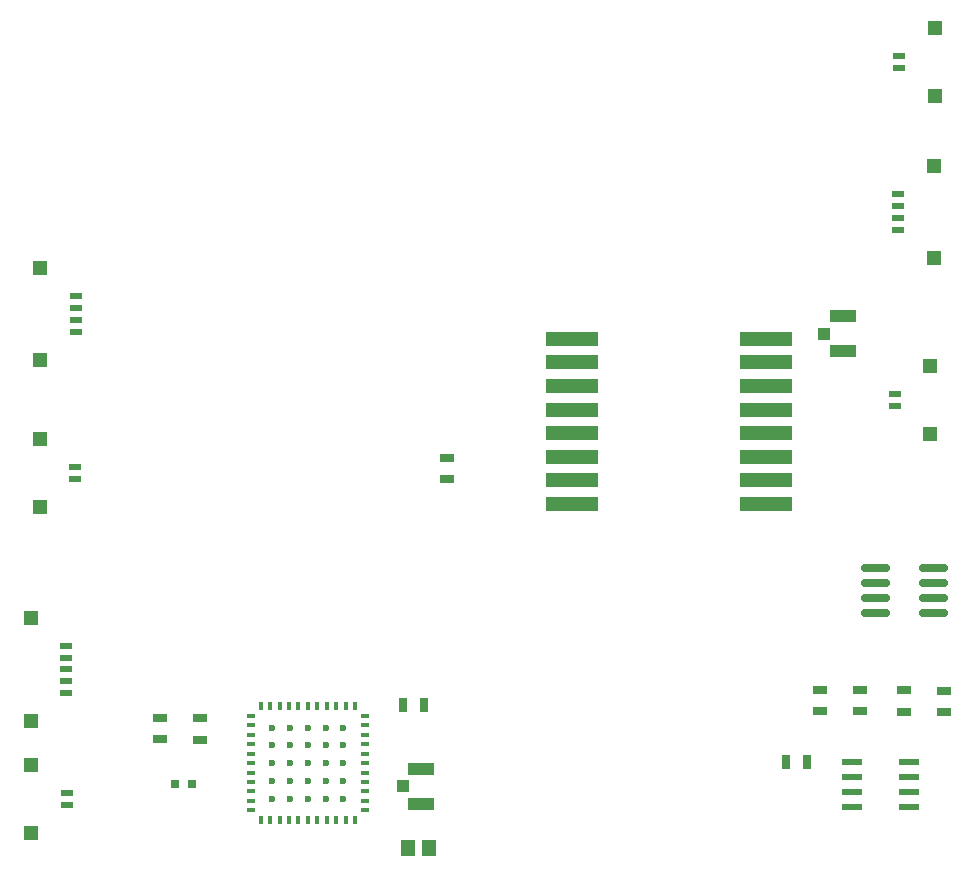
<source format=gbr>
G04 EAGLE Gerber RS-274X export*
G75*
%MOMM*%
%FSLAX34Y34*%
%LPD*%
%INSolderpaste Bottom*%
%IPPOS*%
%AMOC8*
5,1,8,0,0,1.08239X$1,22.5*%
G01*
%ADD10C,0.700000*%
%ADD11R,1.200000X0.800000*%
%ADD12R,0.700000X0.360000*%
%ADD13R,0.360000X0.700000*%
%ADD14C,0.600000*%
%ADD15R,0.800000X0.800000*%
%ADD16R,2.260600X1.041400*%
%ADD17R,1.092200X1.041400*%
%ADD18R,1.676400X0.508000*%
%ADD19R,0.800000X1.200000*%
%ADD20R,4.500000X1.200000*%
%ADD21R,1.200000X1.470000*%
%ADD22R,1.000000X0.550000*%
%ADD23R,1.300000X1.260000*%


D10*
X779532Y312830D02*
X797532Y312830D01*
X797532Y325530D02*
X779532Y325530D01*
X779532Y338230D02*
X797532Y338230D01*
X797532Y350930D02*
X779532Y350930D01*
X828532Y312830D02*
X846532Y312830D01*
X846532Y325530D02*
X828532Y325530D01*
X828532Y338230D02*
X846532Y338230D01*
X846532Y350930D02*
X828532Y350930D01*
D11*
X775428Y247570D03*
X775428Y229570D03*
X741798Y247766D03*
X741798Y229766D03*
D12*
X259688Y145494D03*
X259688Y153494D03*
X259688Y161494D03*
X259688Y169494D03*
X259688Y177494D03*
X259688Y185494D03*
X259688Y193494D03*
X259688Y201494D03*
X259688Y209494D03*
X259688Y217494D03*
X259688Y225494D03*
D13*
X268088Y233894D03*
X276088Y233894D03*
X284088Y233894D03*
X292088Y233894D03*
X300088Y233894D03*
X308088Y233894D03*
X316188Y233894D03*
X324088Y233894D03*
X332088Y233894D03*
X340088Y233894D03*
X348088Y233894D03*
D12*
X356488Y225494D03*
X356488Y217494D03*
X356488Y209494D03*
X356488Y201494D03*
X356488Y193494D03*
X356488Y185494D03*
X356488Y177494D03*
X356488Y169494D03*
X356488Y161494D03*
X356488Y153494D03*
X356488Y145494D03*
D13*
X348088Y137094D03*
X340088Y137094D03*
X332088Y137094D03*
X324088Y137094D03*
X316088Y137094D03*
X308088Y137094D03*
X300088Y137094D03*
X292088Y137094D03*
X284088Y137094D03*
X276288Y137094D03*
X268088Y137094D03*
D14*
X278088Y155494D03*
X278088Y170494D03*
X278088Y185494D03*
X278088Y200494D03*
X278088Y215494D03*
X293088Y155494D03*
X293088Y170494D03*
X293088Y185494D03*
X293088Y200494D03*
X293088Y215494D03*
X308088Y155494D03*
X308088Y170494D03*
X308088Y185494D03*
X308088Y200494D03*
X308088Y215494D03*
X323088Y155494D03*
X323088Y170494D03*
X323088Y185494D03*
X323088Y200494D03*
X323088Y215494D03*
X338088Y155494D03*
X338088Y170494D03*
X338088Y185494D03*
X338088Y200494D03*
X338088Y215494D03*
D15*
X195326Y168024D03*
X210326Y168024D03*
D16*
X404199Y151195D03*
X404199Y180605D03*
D17*
X388239Y165900D03*
D16*
X761099Y534395D03*
X761099Y563805D03*
D17*
X745139Y549100D03*
D11*
X847088Y246626D03*
X847088Y228626D03*
X812562Y229074D03*
X812562Y247074D03*
D18*
X817246Y186044D03*
X817246Y173344D03*
X817246Y160644D03*
X817246Y147944D03*
X768986Y147944D03*
X768986Y160644D03*
X768986Y173344D03*
X768986Y186044D03*
D19*
X730878Y186042D03*
X712878Y186042D03*
D20*
X532100Y424900D03*
X532100Y444900D03*
X532100Y464900D03*
X532100Y484900D03*
X532100Y504900D03*
X532100Y524900D03*
X532100Y544900D03*
X696100Y544900D03*
X696100Y524900D03*
X696100Y504900D03*
X696100Y484900D03*
X696100Y464900D03*
X696100Y444900D03*
X696100Y424900D03*
X696100Y404900D03*
X532100Y404900D03*
D11*
X425500Y426100D03*
X425500Y444100D03*
X216900Y223300D03*
X216900Y205300D03*
X183300Y223900D03*
X183300Y205900D03*
D21*
X410400Y113300D03*
X393200Y113300D03*
D19*
X388500Y234400D03*
X406500Y234400D03*
D22*
X809000Y784000D03*
X809000Y774000D03*
D23*
X838900Y807750D03*
X838900Y750200D03*
D22*
X808100Y667100D03*
X808100Y657100D03*
X808100Y647100D03*
X808100Y637100D03*
D23*
X838000Y690850D03*
X838000Y613300D03*
D22*
X103800Y149900D03*
X103800Y159900D03*
D23*
X73900Y126150D03*
X73900Y183700D03*
D22*
X103500Y244900D03*
X103500Y254900D03*
X103500Y264900D03*
X103500Y274900D03*
X103500Y284900D03*
D23*
X73600Y221150D03*
X73600Y308700D03*
D22*
X111300Y425900D03*
X111300Y435900D03*
D23*
X81400Y402150D03*
X81400Y459700D03*
D22*
X111600Y550900D03*
X111600Y560900D03*
X111600Y570900D03*
X111600Y580900D03*
D23*
X81700Y527150D03*
X81700Y604700D03*
D22*
X804900Y497900D03*
X804900Y487900D03*
D23*
X834800Y521650D03*
X834800Y464100D03*
M02*

</source>
